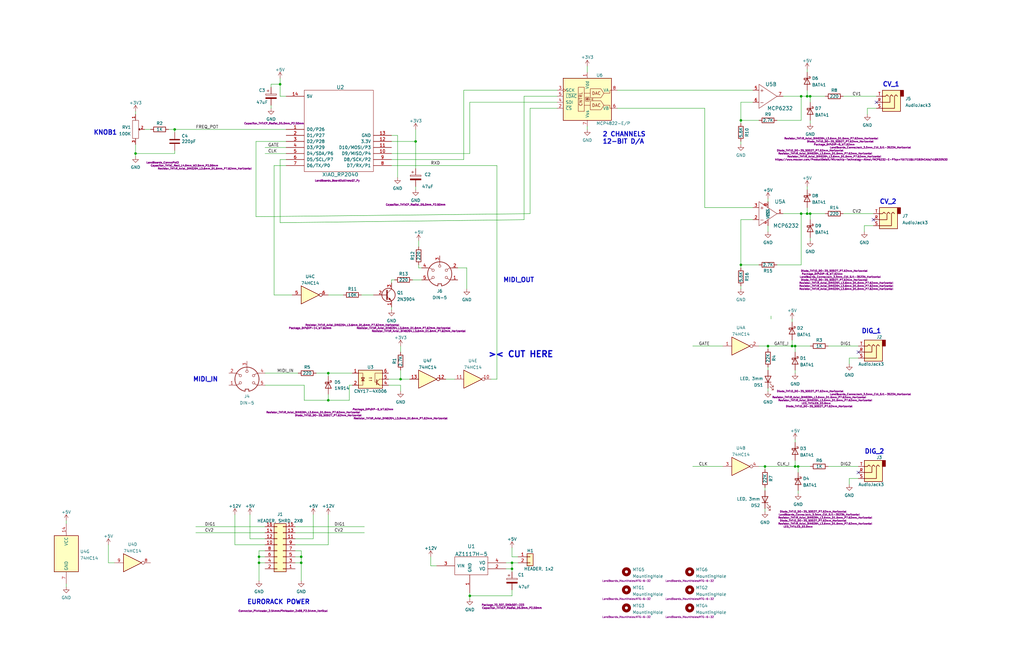
<source format=kicad_sch>
(kicad_sch (version 20211123) (generator eeschema)
  (paper "B")
  (title_block (title "SYNTH MIDI CONTROLLER") (date "2022-10-10") (rev "1") (company "LAND BOARDS LLC") (comment 1 "https://note.com/solder_state/n/n17e028497eba"))
  (junction (at 337.82 40.64))
  (junction (at 127 237.49))
  (junction (at 109.22 234.95))
  (junction (at 175.26 59.69))
  (junction (at 341.63 90.17))
  (junction (at 138.43 168.91))
  (junction (at 198.12 251.46))
  (junction (at 341.63 40.64))
  (junction (at 118.11 35.56))
  (junction (at 312.42 111.76))
  (junction (at 340.36 40.64))
  (junction (at 127 234.95))
  (junction (at 334.01 146.05))
  (junction (at 138.43 157.48))
  (junction (at 335.28 146.05))
  (junction (at 323.85 146.05))
  (junction (at 335.28 196.85))
  (junction (at 57.15 64.77))
  (junction (at 337.82 90.17))
  (junction (at 336.55 196.85))
  (junction (at 73.66 54.61))
  (junction (at 168.91 160.02))
  (junction (at 215.9 240.03))
  (junction (at 215.9 237.49))
  (junction (at 340.36 90.17))
  (junction (at 109.22 237.49))
  (junction (at 312.42 50.8))
  (junction (at 322.58 196.85))
  (no_connect (at 361.95 148.59))
  (no_connect (at 369.57 43.18))
  (no_connect (at 361.95 199.39))
  (no_connect (at 368.3 92.71))
  (wire (pts (xy 138.43 168.91) (xy 138.43 166.37)))
  (wire (pts (xy 99.06 217.17) (xy 99.06 229.87)))
  (wire (pts (xy 127 234.95) (xy 127 237.49)))
  (wire (pts (xy 60.96 54.61) (xy 63.5 54.61)))
  (wire (pts (xy 57.15 64.77) (xy 57.15 60.96)))
  (wire (pts (xy 163.83 162.56) (xy 168.91 162.56)))
  (wire (pts (xy 213.36 237.49) (xy 215.9 237.49)))
  (wire (pts (xy 355.6 90.17) (xy 368.3 90.17)))
  (wire (pts (xy 128.27 168.91) (xy 138.43 168.91)))
  (wire (pts (xy 165.1 59.69) (xy 175.26 59.69)))
  (wire (pts (xy 124.46 229.87) (xy 138.43 229.87)))
  (wire (pts (xy 340.36 29.21) (xy 340.36 30.48)))
  (wire (pts (xy 213.36 240.03) (xy 215.9 240.03)))
  (wire (pts (xy 147.32 168.91) (xy 147.32 162.56)))
  (wire (pts (xy 312.42 50.8) (xy 312.42 43.18)))
  (wire (pts (xy 323.85 95.25) (xy 323.85 97.79)))
  (wire (pts (xy 335.28 146.05) (xy 335.28 148.59)))
  (wire (pts (xy 340.36 78.74) (xy 340.36 80.01)))
  (wire (pts (xy 196.85 113.03) (xy 196.85 121.92)))
  (wire (pts (xy 138.43 168.91) (xy 147.32 168.91)))
  (wire (pts (xy 120.65 67.31) (xy 118.11 67.31)))
  (wire (pts (xy 364.49 95.25) (xy 368.3 95.25)))
  (wire (pts (xy 198.12 251.46) (xy 215.9 251.46)))
  (wire (pts (xy 114.3 45.72) (xy 114.3 44.45)))
  (wire (pts (xy 124.46 222.25) (xy 153.67 222.25)))
  (wire (pts (xy 337.82 40.64) (xy 340.36 40.64)))
  (wire (pts (xy 176.53 101.6) (xy 176.53 104.14)))
  (wire (pts (xy 152.4 124.46) (xy 157.48 124.46)))
  (wire (pts (xy 322.58 215.9) (xy 322.58 214.63)))
  (wire (pts (xy 27.94 246.38) (xy 27.94 247.65)))
  (wire (pts (xy 334.01 134.62) (xy 334.01 135.89)))
  (wire (pts (xy 320.04 50.8) (xy 312.42 50.8)))
  (wire (pts (xy 365.76 48.26) (xy 365.76 45.72)))
  (wire (pts (xy 176.53 113.03) (xy 177.8 113.03)))
  (wire (pts (xy 358.14 153.67) (xy 358.14 151.13)))
  (wire (pts (xy 335.28 194.31) (xy 335.28 196.85)))
  (wire (pts (xy 168.91 162.56) (xy 168.91 165.1)))
  (wire (pts (xy 138.43 217.17) (xy 138.43 229.87)))
  (wire (pts (xy 181.61 238.76) (xy 184.15 238.76)))
  (wire (pts (xy 111.76 229.87) (xy 99.06 229.87)))
  (wire (pts (xy 341.63 40.64) (xy 341.63 43.18)))
  (wire (pts (xy 107.95 59.69) (xy 107.95 91.44)))
  (wire (pts (xy 215.9 234.95) (xy 215.9 231.14)))
  (wire (pts (xy 111.76 62.23) (xy 120.65 62.23)))
  (wire (pts (xy 118.11 40.64) (xy 118.11 35.56)))
  (wire (pts (xy 336.55 196.85) (xy 336.55 199.39)))
  (wire (pts (xy 124.46 232.41) (xy 127 232.41)))
  (wire (pts (xy 336.55 196.85) (xy 341.63 196.85)))
  (wire (pts (xy 334.01 143.51) (xy 334.01 146.05)))
  (wire (pts (xy 118.11 35.56) (xy 118.11 33.02)))
  (wire (pts (xy 337.82 90.17) (xy 340.36 90.17)))
  (wire (pts (xy 73.66 54.61) (xy 73.66 55.88)))
  (wire (pts (xy 358.14 151.13) (xy 361.95 151.13)))
  (wire (pts (xy 335.28 185.42) (xy 335.28 186.69)))
  (wire (pts (xy 45.72 229.87) (xy 45.72 237.49)))
  (wire (pts (xy 312.42 59.69) (xy 312.42 60.96)))
  (wire (pts (xy 312.42 43.18) (xy 317.5 43.18)))
  (wire (pts (xy 198.12 251.46) (xy 198.12 252.73)))
  (wire (pts (xy 118.11 40.64) (xy 120.65 40.64)))
  (wire (pts (xy 115.57 69.85) (xy 115.57 124.46)))
  (wire (pts (xy 82.55 222.25) (xy 111.76 222.25)))
  (wire (pts (xy 327.66 111.76) (xy 337.82 111.76)))
  (wire (pts (xy 323.85 146.05) (xy 334.01 146.05)))
  (wire (pts (xy 111.76 232.41) (xy 109.22 232.41)))
  (wire (pts (xy 147.32 162.56) (xy 148.59 162.56)))
  (wire (pts (xy 323.85 156.21) (xy 323.85 154.94)))
  (wire (pts (xy 364.49 97.79) (xy 364.49 95.25)))
  (wire (pts (xy 358.14 204.47) (xy 358.14 201.93)))
  (wire (pts (xy 292.1 146.05) (xy 304.8 146.05)))
  (wire (pts (xy 322.58 196.85) (xy 335.28 196.85)))
  (wire (pts (xy 118.11 93.98) (xy 220.98 92.71)))
  (wire (pts (xy 215.9 240.03) (xy 215.9 241.3)))
  (wire (pts (xy 320.04 146.05) (xy 323.85 146.05)))
  (wire (pts (xy 111.76 227.33) (xy 105.41 227.33)))
  (wire (pts (xy 109.22 237.49) (xy 111.76 237.49)))
  (wire (pts (xy 118.11 35.56) (xy 114.3 35.56)))
  (wire (pts (xy 341.63 90.17) (xy 341.63 92.71)))
  (wire (pts (xy 312.42 92.71) (xy 317.5 92.71)))
  (wire (pts (xy 120.65 59.69) (xy 107.95 59.69)))
  (wire (pts (xy 138.43 157.48) (xy 138.43 158.75)))
  (wire (pts (xy 168.91 160.02) (xy 172.72 160.02)))
  (wire (pts (xy 341.63 52.07) (xy 341.63 50.8)))
  (wire (pts (xy 187.96 160.02) (xy 191.77 160.02)))
  (wire (pts (xy 115.57 124.46) (xy 123.19 124.46)))
  (wire (pts (xy 176.53 113.03) (xy 176.53 111.76)))
  (wire (pts (xy 341.63 90.17) (xy 347.98 90.17)))
  (wire (pts (xy 127 232.41) (xy 127 234.95)))
  (wire (pts (xy 312.42 111.76) (xy 312.42 113.03)))
  (wire (pts (xy 71.12 54.61) (xy 73.66 54.61)))
  (wire (pts (xy 320.04 196.85) (xy 322.58 196.85)))
  (wire (pts (xy 165.1 69.85) (xy 209.55 69.85)))
  (wire (pts (xy 163.83 160.02) (xy 168.91 160.02)))
  (wire (pts (xy 124.46 224.79) (xy 153.67 224.79)))
  (wire (pts (xy 220.98 92.71) (xy 220.98 40.64)))
  (wire (pts (xy 337.82 111.76) (xy 337.82 90.17)))
  (wire (pts (xy 335.28 196.85) (xy 336.55 196.85)))
  (wire (pts (xy 312.42 120.65) (xy 312.42 121.92)))
  (wire (pts (xy 57.15 66.04) (xy 57.15 64.77)))
  (wire (pts (xy 133.35 157.48) (xy 138.43 157.48)))
  (wire (pts (xy 165.1 67.31) (xy 195.58 67.31)))
  (wire (pts (xy 165.1 119.38) (xy 165.1 118.11)))
  (wire (pts (xy 109.22 232.41) (xy 109.22 234.95)))
  (wire (pts (xy 168.91 160.02) (xy 168.91 156.21)))
  (wire (pts (xy 165.1 57.15) (xy 167.64 57.15)))
  (wire (pts (xy 165.1 64.77) (xy 198.12 64.77)))
  (wire (pts (xy 207.01 160.02) (xy 209.55 160.02)))
  (wire (pts (xy 73.66 54.61) (xy 120.65 54.61)))
  (wire (pts (xy 195.58 38.1) (xy 195.58 67.31)))
  (wire (pts (xy 138.43 124.46) (xy 144.78 124.46)))
  (wire (pts (xy 323.85 83.82) (xy 323.85 85.09)))
  (wire (pts (xy 198.12 43.18) (xy 234.95 43.18)))
  (wire (pts (xy 340.36 38.1) (xy 340.36 40.64)))
  (wire (pts (xy 175.26 80.01) (xy 175.26 78.74)))
  (wire (pts (xy 45.72 237.49) (xy 48.26 237.49)))
  (wire (pts (xy 220.98 40.64) (xy 234.95 40.64)))
  (wire (pts (xy 323.85 165.1) (xy 323.85 163.83)))
  (wire (pts (xy 181.61 234.95) (xy 181.61 238.76)))
  (wire (pts (xy 340.36 90.17) (xy 341.63 90.17)))
  (wire (pts (xy 223.52 45.72) (xy 234.95 45.72)))
  (wire (pts (xy 247.65 53.34) (xy 247.65 54.61)))
  (wire (pts (xy 218.44 234.95) (xy 215.9 234.95)))
  (wire (pts (xy 297.18 87.63) (xy 317.5 87.63)))
  (wire (pts (xy 260.35 38.1) (xy 317.5 38.1)))
  (wire (pts (xy 165.1 129.54) (xy 165.1 130.81)))
  (wire (pts (xy 198.12 43.18) (xy 198.12 64.77)))
  (wire (pts (xy 335.28 157.48) (xy 335.28 156.21)))
  (wire (pts (xy 109.22 237.49) (xy 109.22 245.11)))
  (wire (pts (xy 297.18 45.72) (xy 297.18 87.63)))
  (wire (pts (xy 260.35 45.72) (xy 297.18 45.72)))
  (wire (pts (xy 337.82 50.8) (xy 337.82 40.64)))
  (wire (pts (xy 341.63 40.64) (xy 347.98 40.64)))
  (wire (pts (xy 340.36 40.64) (xy 341.63 40.64)))
  (wire (pts (xy 138.43 157.48) (xy 148.59 157.48)))
  (wire (pts (xy 327.66 50.8) (xy 337.82 50.8)))
  (wire (pts (xy 114.3 35.56) (xy 114.3 36.83)))
  (wire (pts (xy 132.08 227.33) (xy 132.08 217.17)))
  (wire (pts (xy 198.12 250.19) (xy 198.12 251.46)))
  (wire (pts (xy 111.76 162.56) (xy 128.27 162.56)))
  (wire (pts (xy 215.9 251.46) (xy 215.9 248.92)))
  (wire (pts (xy 215.9 237.49) (xy 218.44 237.49)))
  (wire (pts (xy 325.12 133.35) (xy 325.12 134.62)))
  (wire (pts (xy 341.63 101.6) (xy 341.63 100.33)))
  (wire (pts (xy 358.14 201.93) (xy 361.95 201.93)))
  (wire (pts (xy 127 237.49) (xy 127 245.11)))
  (wire (pts (xy 334.01 146.05) (xy 335.28 146.05)))
  (wire (pts (xy 73.66 63.5) (xy 73.66 64.77)))
  (wire (pts (xy 349.25 196.85) (xy 361.95 196.85)))
  (wire (pts (xy 215.9 240.03) (xy 215.9 237.49)))
  (wire (pts (xy 57.15 46.99) (xy 57.15 48.26)))
  (wire (pts (xy 109.22 234.95) (xy 111.76 234.95)))
  (wire (pts (xy 175.26 54.61) (xy 175.26 59.69)))
  (wire (pts (xy 312.42 50.8) (xy 312.42 52.07)))
  (wire (pts (xy 330.2 90.17) (xy 337.82 90.17)))
  (wire (pts (xy 128.27 162.56) (xy 128.27 168.91)))
  (wire (pts (xy 107.95 91.44) (xy 223.52 90.17)))
  (wire (pts (xy 109.22 234.95) (xy 109.22 237.49)))
  (wire (pts (xy 118.11 67.31) (xy 118.11 93.98)))
  (wire (pts (xy 193.04 113.03) (xy 196.85 113.03)))
  (wire (pts (xy 322.58 196.85) (xy 322.58 198.12)))
  (wire (pts (xy 57.15 64.77) (xy 73.66 64.77)))
  (wire (pts (xy 124.46 237.49) (xy 127 237.49)))
  (wire (pts (xy 82.55 224.79) (xy 111.76 224.79)))
  (wire (pts (xy 168.91 146.05) (xy 168.91 148.59)))
  (wire (pts (xy 165.1 118.11) (xy 166.37 118.11)))
  (wire (pts (xy 292.1 196.85) (xy 304.8 196.85)))
  (wire (pts (xy 167.64 57.15) (xy 167.64 74.93)))
  (wire (pts (xy 349.25 146.05) (xy 361.95 146.05)))
  (wire (pts (xy 223.52 90.17) (xy 223.52 45.72)))
  (wire (pts (xy 365.76 45.72) (xy 369.57 45.72)))
  (wire (pts (xy 124.46 227.33) (xy 132.08 227.33)))
  (wire (pts (xy 312.42 111.76) (xy 312.42 92.71)))
  (wire (pts (xy 105.41 227.33) (xy 105.41 217.17)))
  (wire (pts (xy 336.55 208.28) (xy 336.55 207.01)))
  (wire (pts (xy 330.2 40.64) (xy 337.82 40.64)))
  (wire (pts (xy 124.46 234.95) (xy 127 234.95)))
  (wire (pts (xy 209.55 69.85) (xy 209.55 160.02)))
  (wire (pts (xy 125.73 157.48) (xy 111.76 157.48)))
  (wire (pts (xy 322.58 205.74) (xy 322.58 207.01)))
  (wire (pts (xy 111.76 64.77) (xy 120.65 64.77)))
  (wire (pts (xy 120.65 69.85) (xy 115.57 69.85)))
  (wire (pts (xy 320.04 111.76) (xy 312.42 111.76)))
  (wire (pts (xy 335.28 146.05) (xy 341.63 146.05)))
  (wire (pts (xy 247.65 27.94) (xy 247.65 30.48)))
  (wire (pts (xy 175.26 71.12) (xy 175.26 59.69)))
  (wire (pts (xy 173.99 118.11) (xy 177.8 118.11)))
  (wire (pts (xy 340.36 87.63) (xy 340.36 90.17)))
  (wire (pts (xy 195.58 38.1) (xy 234.95 38.1)))
  (wire (pts (xy 323.85 146.05) (xy 323.85 147.32)))
  (wire (pts (xy 27.94 219.71) (xy 27.94 220.98)))
  (wire (pts (xy 355.6 40.64) (xy 369.57 40.64)))
  (text "CV_2" (at 370.84 86.36 0) (effects (font (size 1.905 1.905) (thickness 0.381) bold) (justify left bottom)))
  (text "DIG_1" (at 363.22 140.97 0) (effects (font (size 1.905 1.905) (thickness 0.381) bold) (justify left bottom)))
  (text "MIDI_IN" (at 81.28 161.29 0) (effects (font (size 1.905 1.905) (thickness 0.381) bold) (justify left bottom)))
  (text "2 CHANNELS\n12-BIT D/A" (at 254 60.96 0) (effects (font (size 1.905 1.905) (thickness 0.381) bold) (justify left bottom)))
  (text "KNOB1" (at 39.37 57.15 0) (effects (font (size 1.905 1.905) (thickness 0.381) bold) (justify left bottom)))
  (text ">< CUT HERE" (at 205.74 151.13 0) (effects (font (size 2.54 2.54) (thickness 0.508) bold) (justify left bottom)))
  (text "MIDI_OUT" (at 212.09 119.38 0) (effects (font (size 1.905 1.905) (thickness 0.381) bold) (justify left bottom)))
  (text "DIG_2" (at 364.49 191.77 0) (effects (font (size 1.905 1.905) (thickness 0.381) bold) (justify left bottom)))
  (text "CV_1" (at 372.11 36.83 0) (effects (font (size 1.905 1.905) (thickness 0.381) bold) (justify left bottom)))
  (text "EURORACK POWER" (at 104.14 255.27 0) (effects (font (size 1.905 1.905) (thickness 0.381) bold) (justify left bottom)))
  (label "DIG2" (at 354.33 196.85 0))
  (label "CV2" (at 140.97 224.79 0))
  (label "CV2" (at 86.36 224.79 0))
  (label "FREQ_POT" (at 82.55 54.61 0))
  (label "RXD" (at 181.61 69.85 0))
  (label "MIDI_IN" (at 116.84 157.48 0))
  (label "DIG1" (at 140.97 222.25 0))
  (label "DIG1" (at 354.33 146.05 0))
  (label "DIG1" (at 86.36 222.25 0))
  (label "CLK" (at 294.64 196.85 0))
  (label "GATE" (at 113.03 62.23 0))
  (label "CLK_I" (at 327.66 196.85 0))
  (label "GATE_I" (at 326.39 146.05 0))
  (label "CV2" (at 359.41 90.17 0))
  (label "CV1" (at 359.41 40.64 0))
  (label "GATE" (at 294.64 146.05 0))
  (label "CLK" (at 113.03 64.77 0))
  (symbol (lib_id "power:GND") (at 167.64 74.93 0) (unit 1)
    (property "Reference" "#PWR0105" (effects hide))
    (property "Value" "GND" (at 167.64 79.4925 0))
  )
  (symbol (lib_id "Device:R") (at 323.85 50.8 90) (unit 1)
    (property "Reference" "R9" (at 323.85 48.26 90))
    (property "Value" "2.7K" (at 323.85 50.8 90))
    (property "Footprint" "Resistor_THT:R_Axial_DIN0204_L3.6mm_D1.6mm_P7.62mm_Horizontal" (at 347.98 64.77 90) (effects (font (size 0.762 0.762))))
    (property "Datasheet" "https://www.mouser.com/ProductDetail/Xicon/299-2.7K-RC?qs=vtYfS42NOfUyY19ul2jqBQ%3D%3D" (effects hide))
  )
  (symbol (lib_id "74xx:74HC04") (at 180.34 160.02 0) (unit 6)
    (property "Reference" "U4" (at 180.34 152.2435 0))
    (property "Value" "74HC14" (at 180.34 155.0186 0))
    (property "Footprint" "Package_DIP:DIP-14_W7.62mm" (effects hide))
    (property "Datasheet" "https://www.mouser.com/ProductDetail/Texas-Instruments/SN74HC14AN?qs=sGAEpiMZZMv4BkFy%252BbL2aIJCK6%252BNtS00ElKdLWJefGM%3D" (effects hide))
  )
  (symbol (lib_id "Device:D_Schottky") (at 341.63 46.99 270) (unit 1)
    (property "Reference" "D7" (at 343.662 45.764 90) (effects (justify left)))
    (property "Value" "BAT41" (at 343.662 48.5391 90) (effects (justify left)))
    (property "Footprint" "Diode_THT:D_DO-35_SOD27_P7.62mm_Horizontal" (at 341.63 63.5 90) (effects (font (size 0.762 0.762))))
    (property "Datasheet" "https://www.mouser.com/ProductDetail/511-BAT41" (effects hide))
  )
  (symbol (lib_id "power:+5V") (at 176.53 101.6 0) (unit 1)
    (property "Reference" "#PWR0107" (effects hide))
    (property "Value" "+5V" (at 176.53 97.9955 0))
  )
  (symbol (lib_id "Analog_DAC:MCP4822") (at 247.65 40.64 0) (unit 1)
    (property "Reference" "U6" (at 251.46 31.75 0) (effects (justify left)))
    (property "Value" "MCP4822-E/P" (at 251.46 52.07 0) (effects (justify left)))
    (property "Footprint" "Package_DIP:DIP-8_W7.62mm" (effects hide))
    (property "Datasheet" "http://ww1.microchip.com/downloads/en/DeviceDoc/20002249B.pdf" (effects hide))
  )
  (symbol (lib_id "power:GND") (at 196.85 121.92 0) (unit 1)
    (property "Reference" "#PWR0136" (effects hide))
    (property "Value" "GND" (at 196.85 126.4825 0))
  )
  (symbol (lib_id "Device:C_Polarized") (at 215.9 245.11 0) (unit 1)
    (property "Reference" "C1" (at 219.71 242.57 0))
    (property "Value" "47uF" (at 220.98 247.65 0))
    (property "Footprint" "Capacitor_THT:CP_Radial_D5.0mm_P2.50mm" (at 215.9 256.54 0) (effects (font (size 0.762 0.762))))
    (property "Datasheet" "https://www.mouser.com/ProductDetail/140-REA470M1CBK0511P" (effects hide))
  )
  (symbol (lib_id "power:+5V") (at 334.01 134.62 0) (unit 1)
    (property "Reference" "#PWR0110" (effects hide))
    (property "Value" "+5V" (at 334.01 131.0155 0))
  )
  (symbol (lib_id "Device:R") (at 129.54 157.48 90) (unit 1)
    (property "Reference" "R5" (at 129.54 154.94 90))
    (property "Value" "220" (at 129.54 157.48 90))
    (property "Footprint" "Resistor_THT:R_Axial_DIN0204_L3.6mm_D1.6mm_P7.62mm_Horizontal" (at 132.08 173.99 90) (effects (font (size 0.762 0.762))))
    (property "Datasheet" "https://www.mouser.com/ProductDetail/Xicon/299-220-RC?qs=MNX0Jdkv8mSgBtBJYBhvZQ%3D%3D" (effects hide))
  )
  (symbol (lib_id "power:GND") (at 109.22 245.11 0) (unit 1)
    (property "Reference" "#PWR0125" (effects hide))
    (property "Value" "GND" (at 109.22 249.6725 0))
  )
  (symbol (lib_id "74xx:74HC04") (at 312.42 196.85 0) (unit 2)
    (property "Reference" "U4" (at 312.42 189.0735 0))
    (property "Value" "74HC14" (at 312.42 191.8486 0))
    (property "Footprint" "Package_DIP:DIP-14_W7.62mm" (effects hide))
    (property "Datasheet" "https://www.mouser.com/ProductDetail/Texas-Instruments/SN74HC14AN?qs=sGAEpiMZZMv4BkFy%252BbL2aIJCK6%252BNtS00ElKdLWJefGM%3D" (effects hide))
  )
  (symbol (lib_id "Device:R") (at 67.31 54.61 90) (unit 1)
    (property "Reference" "R2" (at 67.31 52.07 90))
    (property "Value" "1K" (at 67.31 54.61 90))
    (property "Footprint" "Resistor_THT:R_Axial_DIN0204_L3.6mm_D1.6mm_P7.62mm_Horizontal" (at 86.36 71.12 90) (effects (font (size 0.762 0.762))))
    (property "Datasheet" "https://www.mouser.com/ProductDetail/Xicon/299-1K-RC?qs=LFVzBv9lGv703mrPrUE94Q%3D%3D" (effects hide))
  )
  (symbol (lib_id "power:GND") (at 198.12 252.73 0) (unit 1)
    (property "Reference" "#PWR0135" (effects hide))
    (property "Value" "GND" (at 198.12 257.2925 0))
  )
  (symbol (lib_id "LandBoards_Semis:MCP6002") (at 323.85 90.17 0) (unit 1)
    (property "Reference" "U5" (at 328.93 85.09 0) (effects (font (size 1.524 1.524))))
    (property "Value" "MCP6232" (at 331.47 95.25 0) (effects (font (size 1.524 1.524))))
    (property "Footprint" "Package_DIP:DIP-8_W7.62mm" (at 346.71 115.57 0) (effects (font (size 0.762 0.762))))
    (property "Datasheet" "https://www.mouser.com/ProductDetail/Microchip-Technology-Atmel/MCP6232-E-P?qs=YUl711QUJY1BDhCAUqTrLQ%3D%3D" (effects hide))
  )
  (symbol (lib_id "Device:C_Polarized") (at 114.3 40.64 0) (unit 1)
    (property "Reference" "C3" (at 110.49 38.1 0))
    (property "Value" "47uF" (at 110.49 43.18 0))
    (property "Footprint" "Capacitor_THT:CP_Radial_D5.0mm_P2.50mm" (at 115.57 52.07 0) (effects (font (size 0.762 0.762))))
    (property "Datasheet" "https://www.mouser.com/ProductDetail/140-REA470M1CBK0511P" (effects hide))
  )
  (symbol (lib_id "Device:C") (at 73.66 59.69 0) (unit 1)
    (property "Reference" "C4" (at 76.581 57.3786 0) (effects (justify left)))
    (property "Value" "220pF" (at 76.581 59.69 0) (effects (justify left)))
    (property "Footprint" "Capacitor_THT:C_Rect_L4.0mm_W2.5mm_P2.50mm" (at 63.5 69.85 0) (effects (font (size 0.762 0.762)) (justify left)))
    (property "Datasheet" "https://www.mouser.com/ProductDetail/Vishay-BC-Components/K221K10X7RF5UH5?qs=sGAEpiMZZMuMW9TJLBQkXu2c9BtsLrsC%252BWONpigCilU%3D" (effects hide))
  )
  (symbol (lib_id "power:GND") (at 358.14 204.47 0) (unit 1)
    (property "Reference" "#PWR0131" (effects hide))
    (property "Value" "GND" (at 358.14 209.0325 0))
  )
  (symbol (lib_id "power:+5V") (at 215.9 231.14 0) (unit 1)
    (property "Reference" "#PWR0134" (effects hide))
    (property "Value" "+5V" (at 215.9 227.5355 0))
  )
  (symbol (lib_id "Connector:DIN-5") (at 104.14 160.02 0) (unit 1)
    (property "Reference" "J4" (at 104.1401 167.2495 0))
    (property "Value" "DIN-5" (at 104.1401 170.0246 0))
    (property "Footprint" "LandBoards_Conns:MIDI_DIN-5" (effects hide))
    (property "Datasheet" "http://www.mouser.com/ds/2/18/40_c091_abd_e-75918.pdf" (effects hide))
  )
  (symbol (lib_id "Mechanical:MountingHole") (at 264.16 248.92 0) (unit 1)
    (property "Reference" "MTG1" (at 266.7 248.0115 0) (effects (justify left)))
    (property "Value" "MountingHole" (at 266.7 250.7866 0) (effects (justify left)))
    (property "Footprint" "LandBoards_MountHoles:MTG-6-32" (at 264.16 252.73 0) (effects (font (size 0.762 0.762))))
  )
  (symbol (lib_id "Device:R") (at 170.18 118.11 90) (unit 1)
    (property "Reference" "R13" (at 170.18 115.57 90))
    (property "Value" "220" (at 170.18 118.11 90))
    (property "Footprint" "Resistor_THT:R_Axial_DIN0204_L3.6mm_D1.6mm_P7.62mm_Horizontal" (at 170.18 138.43 90) (effects (font (size 0.762 0.762))))
    (property "Datasheet" "https://www.mouser.com/ProductDetail/Xicon/299-220-RC?qs=MNX0Jdkv8mSgBtBJYBhvZQ%3D%3D" (effects hide))
  )
  (symbol (lib_id "Device:D_Schottky") (at 340.36 34.29 270) (unit 1)
    (property "Reference" "D6" (at 342.392 33.064 90) (effects (justify left)))
    (property "Value" "BAT41" (at 342.392 35.8391 90) (effects (justify left)))
    (property "Footprint" "Diode_THT:D_DO-35_SOD27_P7.62mm_Horizontal" (at 354.33 59.69 90) (effects (font (size 0.762 0.762))))
    (property "Datasheet" "https://www.mouser.com/ProductDetail/511-BAT41" (effects hide))
  )
  (symbol (lib_id "power:GND") (at 358.14 153.67 0) (unit 1)
    (property "Reference" "#PWR0112" (effects hide))
    (property "Value" "GND" (at 358.14 158.2325 0))
  )
  (symbol (lib_id "power:+5V") (at 45.72 229.87 0) (unit 1)
    (property "Reference" "#PWR0132" (effects hide))
    (property "Value" "+5V" (at 45.72 226.2655 0))
  )
  (symbol (lib_id "power:+5V") (at 340.36 29.21 0) (unit 1)
    (property "Reference" "#PWR0103" (effects hide))
    (property "Value" "+5V" (at 340.36 25.6055 0))
  )
  (symbol (lib_id "Device:LED") (at 323.85 160.02 90) (unit 1)
    (property "Reference" "DS1" (at 321.818 162.516 90) (effects (justify left)))
    (property "Value" "LED, 3mm" (at 321.818 159.7409 90) (effects (justify left)))
    (property "Footprint" "LED_THT:LED_D3.0mm" (at 344.17 170.18 90) (effects (font (size 0.762 0.762))))
  )
  (symbol (lib_id "Device:R") (at 345.44 146.05 90) (unit 1)
    (property "Reference" "R3" (at 345.44 143.51 90))
    (property "Value" "1K" (at 345.44 146.05 90))
    (property "Footprint" "Resistor_THT:R_Axial_DIN0204_L3.6mm_D1.6mm_P7.62mm_Horizontal" (at 345.44 167.64 90) (effects (font (size 0.762 0.762))))
    (property "Datasheet" "https://www.mouser.com/ProductDetail/Xicon/299-1K-RC?qs=LFVzBv9lGv703mrPrUE94Q%3D%3D" (effects hide))
  )
  (symbol (lib_id "Device:D_Schottky") (at 341.63 96.52 270) (unit 1)
    (property "Reference" "D9" (at 343.662 95.294 90) (effects (justify left)))
    (property "Value" "BAT41" (at 343.662 98.0691 90) (effects (justify left)))
    (property "Footprint" "Diode_THT:D_DO-35_SOD27_P7.62mm_Horizontal" (at 351.79 118.11 90) (effects (font (size 0.762 0.762))))
    (property "Datasheet" "https://www.mouser.com/ProductDetail/511-BAT41" (effects hide))
  )
  (symbol (lib_id "Connector:AudioJack3") (at 373.38 92.71 180) (unit 1)
    (property "Reference" "J7" (at 380.4919 91.1665 0) (effects (justify right)))
    (property "Value" "AudioJack3" (at 380.4919 93.9416 0) (effects (justify right)))
    (property "Footprint" "LandBoards_Conns:Jack_3.5mm_CUI_SJ1-3523N_Horizontal" (at 354.33 116.84 0) (effects (font (size 0.762 0.762))))
    (property "Datasheet" "https://www.mouser.com/ProductDetail/490-SJ1-3523N" (effects hide))
  )
  (symbol (lib_id "power:+12V") (at 99.06 217.17 0) (unit 1)
    (property "Reference" "#PWR0129" (effects hide))
    (property "Value" "+12V" (at 99.06 213.5655 0))
  )
  (symbol (lib_id "Isolator:4N26") (at 156.21 160.02 0) (unit 1)
    (property "Reference" "U3" (at 156.21 154.94 0))
    (property "Value" "CNY17-4X006" (at 156.21 165.1 0))
    (property "Footprint" "Package_DIP:DIP-6_W7.62mm" (at 148.59 172.72 0) (effects (font (size 0.762 0.762) italic) (justify left)))
    (property "Datasheet" "https://www.mouser.com/ProductDetail/Vishay-Semiconductors/CNY17-4X006?qs=%2Fjqivxn91ccVZaHNJrlaNA%3D%3D" (effects hide))
  )
  (symbol (lib_id "Mechanical:MountingHole") (at 290.83 248.92 0) (unit 1)
    (property "Reference" "MTG2" (at 293.37 248.0115 0) (effects (justify left)))
    (property "Value" "MountingHole" (at 293.37 250.7866 0) (effects (justify left)))
    (property "Footprint" "LandBoards_MountHoles:MTG-6-32" (at 290.83 252.73 0) (effects (font (size 0.762 0.762))))
  )
  (symbol (lib_id "Transistor_BJT:2N3904") (at 162.56 124.46 0) (unit 1)
    (property "Reference" "Q1" (at 167.4113 123.5515 0) (effects (justify left)))
    (property "Value" "2N3904" (at 167.4113 126.3266 0) (effects (justify left)))
    (property "Footprint" "Package_TO_SOT_THT:TO-92_Inline" (effects hide))
    (property "Datasheet" "https://www.mouser.com/ProductDetail/onsemi-Fairchild/2N3904BU?qs=or4AE2qAS%252Bd0Jdpn%2F8ktKg%3D%3D" (effects hide))
  )
  (symbol (lib_id "Device:D_Schottky") (at 138.43 162.56 270) (unit 1)
    (property "Reference" "D5" (at 140.97 161.29 90) (effects (justify left)))
    (property "Value" "1N914" (at 140.97 163.83 90) (effects (justify left)))
    (property "Footprint" "Diode_THT:D_DO-35_SOD27_P7.62mm_Horizontal" (at 138.43 175.26 90) (effects (font (size 0.762 0.762))))
  )
  (symbol (lib_id "LandBoards_Semis:AP1117") (at 200.66 237.49 0) (unit 1)
    (property "Reference" "U1" (at 198.755 230.5461 0) (effects (font (size 1.524 1.524))))
    (property "Value" "AZ1117H-5" (at 198.755 233.8251 0) (effects (font (size 1.524 1.524))))
    (property "Footprint" "Package_TO_SOT_SMD:SOT-223" (at 212.09 255.27 0) (effects (font (size 0.762 0.762))))
    (property "Datasheet" "https://www.mouser.com/ProductDetail/Diodes-Incorporated/AZ1117H-5.0TRG1?qs=5V6w%252Be2aIqZ8sF7chzoKCQ%3D%3D" (effects hide))
  )
  (symbol (lib_id "Device:R") (at 323.85 111.76 90) (unit 1)
    (property "Reference" "R15" (at 323.85 114.3 90))
    (property "Value" "2.7K" (at 323.85 111.76 90))
    (property "Footprint" "Resistor_THT:R_Axial_DIN0204_L3.6mm_D1.6mm_P7.62mm_Horizontal" (at 356.87 120.65 90) (effects (font (size 0.762 0.762))))
    (property "Datasheet" "https://www.mouser.com/ProductDetail/Xicon/299-2.7K-RC?qs=vtYfS42NOfUyY19ul2jqBQ%3D%3D" (effects hide))
  )
  (symbol (lib_id "Device:R") (at 322.58 201.93 180) (unit 1)
    (property "Reference" "R7" (at 325.12 201.93 90))
    (property "Value" "22K" (at 322.58 201.93 90))
    (property "Footprint" "Resistor_THT:R_Axial_DIN0204_L3.6mm_D1.6mm_P7.62mm_Horizontal" (at 347.98 220.98 0) (effects (font (size 0.762 0.762))))
    (property "Datasheet" "https://www.mouser.com/ProductDetail/Xicon/299-22K-RC?qs=TIe0t8ne477uPubRcnOArw%3D%3D" (effects hide))
  )
  (symbol (lib_id "Connector_Generic:Conn_01x02") (at 223.52 234.95 0) (unit 1)
    (property "Reference" "H1" (at 222.25 232.41 0) (effects (justify left)))
    (property "Value" "HEADER, 1x2" (at 220.98 240.03 0) (effects (justify left)))
    (property "Footprint" "Connector_PinHeader_2.54mm:PinHeader_1x02_P2.54mm_Vertical" (effects hide))
  )
  (symbol (lib_id "Device:R") (at 176.53 107.95 180) (unit 1)
    (property "Reference" "R12" (at 173.99 107.95 90))
    (property "Value" "220" (at 176.53 107.95 90))
    (property "Footprint" "Resistor_THT:R_Axial_DIN0204_L3.6mm_D1.6mm_P7.62mm_Horizontal" (at 176.53 139.7 0) (effects (font (size 0.762 0.762))))
    (property "Datasheet" "https://www.mouser.com/ProductDetail/Xicon/299-220-RC?qs=MNX0Jdkv8mSgBtBJYBhvZQ%3D%3D" (effects hide))
  )
  (symbol (lib_id "power:GND") (at 335.28 157.48 0) (unit 1)
    (property "Reference" "#PWR0113" (effects hide))
    (property "Value" "GND" (at 335.28 162.0425 0))
  )
  (symbol (lib_id "Device:R") (at 312.42 55.88 180) (unit 1)
    (property "Reference" "R10" (at 314.96 55.88 90))
    (property "Value" "5.6K" (at 312.42 55.88 90))
    (property "Footprint" "Resistor_THT:R_Axial_DIN0204_L3.6mm_D1.6mm_P7.62mm_Horizontal" (at 350.52 58.42 0) (effects (font (size 0.762 0.762))))
    (property "Datasheet" "https://www.mouser.com/ProductDetail/Xicon/299-5.6K-RC?qs=ck9SSO%252BOQ2aKurax%2FhHA9Q%3D%3D" (effects hide))
  )
  (symbol (lib_id "Device:R") (at 168.91 152.4 180) (unit 1)
    (property "Reference" "R1" (at 166.37 152.4 90))
    (property "Value" "2.7K" (at 168.91 152.4 90))
    (property "Footprint" "Resistor_THT:R_Axial_DIN0204_L3.6mm_D1.6mm_P7.62mm_Horizontal" (at 168.91 176.53 0) (effects (font (size 0.762 0.762))))
    (property "Datasheet" "https://www.mouser.com/ProductDetail/Xicon/299-2.7K-RC?qs=vtYfS42NOfUyY19ul2jqBQ%3D%3D" (effects hide))
  )
  (symbol (lib_id "LandBoards_Semis:MCP6002") (at 323.85 40.64 0) (unit 2)
    (property "Reference" "U5" (at 325.12 35.56 0) (effects (font (size 1.524 1.524))))
    (property "Value" "MCP6232" (at 328.93 45.72 0) (effects (font (size 1.524 1.524))))
    (property "Footprint" "Package_DIP:DIP-8_W7.62mm" (at 351.79 60.96 0) (effects (font (size 0.762 0.762))))
    (property "Datasheet" "https://www.mouser.com/ProductDetail/Microchip-Technology-Atmel/MCP6232-E-P?qs=YUl711QUJY1BDhCAUqTrLQ%3D%3D" (at 363.22 67.31 0) (effects (font (size 0.762 0.762))))
  )
  (symbol (lib_id "power:GND") (at 27.94 247.65 0) (unit 1)
    (property "Reference" "#PWR0141" (effects hide))
    (property "Value" "GND" (at 27.94 252.2125 0))
  )
  (symbol (lib_id "Connector:DIN-5") (at 185.42 115.57 0) (mirror y) (unit 1)
    (property "Reference" "J6" (at 185.4199 122.7995 0))
    (property "Value" "DIN-5" (at 185.4199 125.5746 0))
    (property "Footprint" "LandBoards_Conns:MIDI_DIN-5" (effects hide))
    (property "Datasheet" "http://www.mouser.com/ds/2/18/40_c091_abd_e-75918.pdf" (effects hide))
  )
  (symbol (lib_id "power:GND") (at 365.76 48.26 0) (unit 1)
    (property "Reference" "#PWR0102" (effects hide))
    (property "Value" "GND" (at 365.76 52.8225 0))
  )
  (symbol (lib_id "74xx:74HC04") (at 312.42 146.05 0) (unit 1)
    (property "Reference" "U4" (at 312.42 138.2735 0))
    (property "Value" "74HC14" (at 312.42 141.0486 0))
    (property "Footprint" "Package_DIP:DIP-14_W7.62mm" (effects hide))
    (property "Datasheet" "https://www.mouser.com/ProductDetail/Texas-Instruments/SN74HC14AN?qs=sGAEpiMZZMv4BkFy%252BbL2aIJCK6%252BNtS00ElKdLWJefGM%3D" (effects hide))
  )
  (symbol (lib_id "power:GND") (at 312.42 60.96 0) (unit 1)
    (property "Reference" "#PWR0109" (effects hide))
    (property "Value" "GND" (at 312.42 65.5225 0))
  )
  (symbol (lib_id "Connector:AudioJack3") (at 367.03 148.59 180) (unit 1)
    (property "Reference" "J2" (at 369.57 142.24 0) (effects (justify right)))
    (property "Value" "AudioJack3" (at 361.95 153.67 0) (effects (justify right)))
    (property "Footprint" "LandBoards_Conns:Jack_3.5mm_CUI_SJ1-3523N_Horizontal" (at 367.03 166.37 0) (effects (font (size 0.762 0.762))))
    (property "Datasheet" "https://www.mouser.com/ProductDetail/490-SJ1-3523N" (effects hide))
  )
  (symbol (lib_id "Mechanical:MountingHole") (at 264.16 256.54 0) (unit 1)
    (property "Reference" "MTG3" (at 266.7 255.6315 0) (effects (justify left)))
    (property "Value" "MountingHole" (at 266.7 258.4066 0) (effects (justify left)))
    (property "Footprint" "LandBoards_MountHoles:MTG-6-32" (at 264.16 260.35 0) (effects (font (size 0.762 0.762))))
  )
  (symbol (lib_id "Device:R") (at 345.44 196.85 90) (unit 1)
    (property "Reference" "R6" (at 345.44 194.31 90))
    (property "Value" "1K" (at 345.44 196.85 90))
    (property "Footprint" "Resistor_THT:R_Axial_DIN0204_L3.6mm_D1.6mm_P7.62mm_Horizontal" (at 347.98 218.44 90) (effects (font (size 0.762 0.762))))
    (property "Datasheet" "https://www.mouser.com/ProductDetail/Xicon/299-1K-RC?qs=LFVzBv9lGv703mrPrUE94Q%3D%3D" (effects hide))
  )
  (symbol (lib_id "power:GND") (at 322.58 215.9 0) (unit 1)
    (property "Reference" "#PWR0144" (effects hide))
    (property "Value" "GND" (at 322.58 220.4625 0))
  )
  (symbol (lib_id "power:+5V") (at 118.11 33.02 0) (unit 1)
    (property "Reference" "#PWR0118" (effects hide))
    (property "Value" "+5V" (at 118.11 29.4155 0))
  )
  (symbol (lib_id "Device:R") (at 312.42 116.84 180) (unit 1)
    (property "Reference" "R16" (at 314.96 116.84 90))
    (property "Value" "5.6K" (at 312.42 116.84 90))
    (property "Footprint" "Resistor_THT:R_Axial_DIN0204_L3.6mm_D1.6mm_P7.62mm_Horizontal" (at 356.87 119.38 0) (effects (font (size 0.762 0.762))))
    (property "Datasheet" "https://www.mouser.com/ProductDetail/Xicon/299-5.6K-RC?qs=ck9SSO%252BOQ2aKurax%2FhHA9Q%3D%3D" (effects hide))
  )
  (symbol (lib_id "power:GND") (at 168.91 165.1 0) (unit 1)
    (property "Reference" "#PWR0137" (effects hide))
    (property "Value" "GND" (at 168.91 169.6625 0))
  )
  (symbol (lib_id "power:GND") (at 165.1 130.81 0) (mirror y) (unit 1)
    (property "Reference" "#PWR0106" (effects hide))
    (property "Value" "GND" (at 165.1 135.3725 0))
  )
  (symbol (lib_id "74xx:74HC04") (at 55.88 237.49 0) (unit 4)
    (property "Reference" "U4" (at 55.88 229.7135 0))
    (property "Value" "74HC14" (at 55.88 232.4886 0))
    (property "Footprint" "Package_DIP:DIP-14_W7.62mm" (effects hide))
    (property "Datasheet" "https://www.mouser.com/ProductDetail/Texas-Instruments/SN74HC14AN?qs=sGAEpiMZZMv4BkFy%252BbL2aIJCK6%252BNtS00ElKdLWJefGM%3D" (effects hide))
  )
  (symbol (lib_id "Device:C_Polarized") (at 175.26 74.93 0) (unit 1)
    (property "Reference" "C2" (at 180.34 73.66 0))
    (property "Value" "47uF" (at 180.34 78.74 0))
    (property "Footprint" "Capacitor_THT:CP_Radial_D5.0mm_P2.50mm" (at 175.26 86.36 0) (effects (font (size 0.762 0.762))))
    (property "Datasheet" "https://www.mouser.com/ProductDetail/140-REA470M1CBK0511P" (effects hide))
  )
  (symbol (lib_id "power:GND") (at 175.26 80.01 0) (unit 1)
    (property "Reference" "#PWR0104" (effects hide))
    (property "Value" "GND" (at 175.26 84.5725 0))
  )
  (symbol (lib_id "power:GND") (at 341.63 101.6 0) (unit 1)
    (property "Reference" "#PWR0120" (effects hide))
    (property "Value" "GND" (at 341.63 106.1625 0))
  )
  (symbol (lib_id "power:GND") (at 127 245.11 0) (unit 1)
    (property "Reference" "#PWR0124" (effects hide))
    (property "Value" "GND" (at 127 249.6725 0))
  )
  (symbol (lib_id "power:+3.3V") (at 247.65 27.94 0) (unit 1)
    (property "Reference" "#PWR0139" (effects hide))
    (property "Value" "+3.3V" (at 247.65 24.13 0))
  )
  (symbol (lib_id "Connector:AudioJack3") (at 367.03 199.39 180) (unit 1)
    (property "Reference" "J3" (at 369.57 193.04 0) (effects (justify right)))
    (property "Value" "AudioJack3" (at 361.95 204.47 0) (effects (justify right)))
    (property "Footprint" "LandBoards_Conns:Jack_3.5mm_CUI_SJ1-3523N_Horizontal" (at 345.44 217.17 0) (effects (font (size 0.762 0.762))))
    (property "Datasheet" "https://www.mouser.com/ProductDetail/490-SJ1-3523N" (effects hide))
  )
  (symbol (lib_id "power:+5V") (at 105.41 217.17 0) (unit 1)
    (property "Reference" "#PWR0128" (effects hide))
    (property "Value" "+5V" (at 105.41 213.5655 0))
  )
  (symbol (lib_id "Mechanical:MountingHole") (at 290.83 256.54 0) (unit 1)
    (property "Reference" "MTG4" (at 293.37 255.6315 0) (effects (justify left)))
    (property "Value" "MountingHole" (at 293.37 258.4066 0) (effects (justify left)))
    (property "Footprint" "LandBoards_MountHoles:MTG-6-32" (at 290.83 260.35 0) (effects (font (size 0.762 0.762))))
  )
  (symbol (lib_id "Device:R") (at 351.79 40.64 90) (unit 1)
    (property "Reference" "R8" (at 351.79 38.1 90))
    (property "Value" "220" (at 351.79 40.64 90))
    (property "Footprint" "Resistor_THT:R_Axial_DIN0204_L3.6mm_D1.6mm_P7.62mm_Horizontal" (at 351.79 66.04 90) (effects (font (size 0.762 0.762))))
    (property "Datasheet" "https://www.mouser.com/ProductDetail/Xicon/299-220-RC?qs=MNX0Jdkv8mSgBtBJYBhvZQ%3D%3D" (effects hide))
  )
  (symbol (lib_id "power:GND") (at 247.65 54.61 0) (unit 1)
    (property "Reference" "#PWR0140" (effects hide))
    (property "Value" "GND" (at 247.65 59.1725 0))
  )
  (symbol (lib_id "power:+3.3V") (at 57.15 46.99 0) (unit 1)
    (property "Reference" "#PWR0108" (effects hide))
    (property "Value" "+3.3V" (at 57.15 43.3855 0))
  )
  (symbol (lib_id "74xx:74HC04") (at 27.94 233.68 0) (mirror y) (unit 7)
    (property "Reference" "U4" (at 33.782 232.7715 0) (effects (justify right)))
    (property "Value" "74HC14" (at 33.782 235.5466 0) (effects (justify right)))
    (property "Footprint" "Package_DIP:DIP-14_W7.62mm" (effects hide))
    (property "Datasheet" "https://www.mouser.com/ProductDetail/Texas-Instruments/SN74HC14AN?qs=sGAEpiMZZMv4BkFy%252BbL2aIJCK6%252BNtS00ElKdLWJefGM%3D" (effects hide))
  )
  (symbol (lib_id "Mechanical:MountingHole") (at 264.16 241.3 0) (unit 1)
    (property "Reference" "MTG5" (at 266.7 240.3915 0) (effects (justify left)))
    (property "Value" "MountingHole" (at 266.7 243.1666 0) (effects (justify left)))
    (property "Footprint" "LandBoards_MountHoles:MTG-6-32" (at 264.16 245.11 0) (effects (font (size 0.762 0.762))))
  )
  (symbol (lib_id "Device:D_Schottky") (at 336.55 203.2 270) (unit 1)
    (property "Reference" "D4" (at 338.582 201.974 90) (effects (justify left)))
    (property "Value" "BAT41" (at 338.582 204.7491 90) (effects (justify left)))
    (property "Footprint" "Diode_THT:D_DO-35_SOD27_P7.62mm_Horizontal" (at 342.9 219.71 90) (effects (font (size 0.762 0.762))))
    (property "Datasheet" "https://www.mouser.com/ProductDetail/511-BAT41" (effects hide))
  )
  (symbol (lib_id "power:GND") (at 336.55 208.28 0) (unit 1)
    (property "Reference" "#PWR0115" (effects hide))
    (property "Value" "GND" (at 336.55 212.8425 0))
  )
  (symbol (lib_id "Device:D_Schottky") (at 335.28 152.4 270) (unit 1)
    (property "Reference" "D1" (at 337.312 151.174 90) (effects (justify left)))
    (property "Value" "BAT41" (at 337.312 153.9491 90) (effects (justify left)))
    (property "Footprint" "Diode_THT:D_DO-35_SOD27_P7.62mm_Horizontal" (at 345.44 171.45 90) (effects (font (size 0.762 0.762))))
    (property "Datasheet" "https://www.mouser.com/ProductDetail/511-BAT41" (effects hide))
  )
  (symbol (lib_id "74xx:74HC04") (at 199.39 160.02 0) (unit 5)
    (property "Reference" "U4" (at 199.39 152.2435 0))
    (property "Value" "74HC14" (at 199.39 155.0186 0))
    (property "Footprint" "Package_DIP:DIP-14_W7.62mm" (effects hide))
    (property "Datasheet" "https://www.mouser.com/ProductDetail/Texas-Instruments/SN74HC14AN?qs=sGAEpiMZZMv4BkFy%252BbL2aIJCK6%252BNtS00ElKdLWJefGM%3D" (effects hide))
  )
  (symbol (lib_id "power:+12V") (at 138.43 217.17 0) (unit 1)
    (property "Reference" "#PWR0130" (effects hide))
    (property "Value" "+12V" (at 138.43 213.5655 0))
  )
  (symbol (lib_id "74xx:74HC04") (at 130.81 124.46 0) (unit 3)
    (property "Reference" "U4" (at 130.81 116.6835 0))
    (property "Value" "74HC14" (at 130.81 119.4586 0))
    (property "Footprint" "Package_DIP:DIP-14_W7.62mm" (at 130.81 138.43 0) (effects (font (size 0.762 0.762))))
    (property "Datasheet" "https://www.mouser.com/ProductDetail/Texas-Instruments/SN74HC14AN?qs=sGAEpiMZZMv4BkFy%252BbL2aIJCK6%252BNtS00ElKdLWJefGM%3D" (effects hide))
  )
  (symbol (lib_id "Device:R") (at 351.79 90.17 90) (unit 1)
    (property "Reference" "R14" (at 351.79 87.63 90))
    (property "Value" "220" (at 351.79 90.17 90))
    (property "Footprint" "Resistor_THT:R_Axial_DIN0204_L3.6mm_D1.6mm_P7.62mm_Horizontal" (at 356.87 121.92 90) (effects (font (size 0.762 0.762))))
    (property "Datasheet" "https://www.mouser.com/ProductDetail/Xicon/299-220-RC?qs=MNX0Jdkv8mSgBtBJYBhvZQ%3D%3D" (effects hide))
  )
  (symbol (lib_id "power:GND") (at 114.3 45.72 0) (unit 1)
    (property "Reference" "#PWR0119" (effects hide))
    (property "Value" "GND" (at 114.3 50.2825 0))
  )
  (symbol (lib_id "power:+3.3V") (at 168.91 146.05 0) (unit 1)
    (property "Reference" "#PWR0138" (effects hide))
    (property "Value" "+3.3V" (at 168.91 142.4455 0))
  )
  (symbol (lib_id "power:+5V") (at 132.08 217.17 0) (unit 1)
    (property "Reference" "#PWR0127" (effects hide))
    (property "Value" "+5V" (at 132.08 213.5655 0))
  )
  (symbol (lib_id "LandBoards:POT") (at 57.15 54.61 270) (unit 1)
    (property "Reference" "RV1" (at 55.245 53.7015 90) (effects (justify right)))
    (property "Value" "100K" (at 55.245 56.4766 90) (effects (justify right)))
    (property "Footprint" "LandBoards_Conns:Pot3" (at 68.58 68.58 90) (effects (font (size 0.762 0.762) bold)))
  )
  (symbol (lib_id "Device:R") (at 148.59 124.46 270) (mirror x) (unit 1)
    (property "Reference" "R11" (at 148.59 121.92 90))
    (property "Value" "10K" (at 148.59 124.46 90))
    (property "Footprint" "Resistor_THT:R_Axial_DIN0204_L3.6mm_D1.6mm_P7.62mm_Horizontal" (at 148.59 137.16 90) (effects (font (size 0.762 0.762))))
    (property "Datasheet" "https://www.mouser.com/ProductDetail/Xicon/299-10K-RC?qs=qNdDiqE2HS9kugz4oNhLDw%3D%3D" (effects hide))
  )
  (symbol (lib_id "power:+5V") (at 340.36 78.74 0) (unit 1)
    (property "Reference" "#PWR0117" (effects hide))
    (property "Value" "+5V" (at 340.36 75.1355 0))
  )
  (symbol (lib_id "power:GND") (at 323.85 165.1 0) (unit 1)
    (property "Reference" "#PWR0143" (effects hide))
    (property "Value" "GND" (at 323.85 169.6625 0))
  )
  (symbol (lib_id "power:GND") (at 323.85 97.79 0) (unit 1)
    (property "Reference" "#PWR0121" (effects hide))
    (property "Value" "GND" (at 323.85 102.3525 0))
  )
  (symbol (lib_id "power:GND") (at 364.49 97.79 0) (unit 1)
    (property "Reference" "#PWR0114" (effects hide))
    (property "Value" "GND" (at 364.49 102.3525 0))
  )
  (symbol (lib_id "power:GND") (at 341.63 52.07 0) (unit 1)
    (property "Reference" "#PWR0101" (effects hide))
    (property "Value" "GND" (at 341.63 56.6325 0))
  )
  (symbol (lib_id "power:+12V") (at 181.61 234.95 0) (unit 1)
    (property "Reference" "#PWR0133" (effects hide))
    (property "Value" "+12V" (at 181.61 231.3455 0))
  )
  (symbol (lib_id "Connector:AudioJack3") (at 374.65 43.18 180) (unit 1)
    (property "Reference" "J5" (at 381.7619 41.6365 0) (effects (justify right)))
    (property "Value" "AudioJack3" (at 381.7619 44.4116 0) (effects (justify right)))
    (property "Footprint" "LandBoards_Conns:Jack_3.5mm_CUI_SJ1-3523N_Horizontal" (at 367.03 62.23 0) (effects (font (size 0.762 0.762))))
    (property "Datasheet" "https://www.mouser.com/ProductDetail/490-SJ1-3523N" (effects hide))
  )
  (symbol (lib_id "Connector_Generic:Conn_02x08_Odd_Even") (at 119.38 232.41 180) (unit 1)
    (property "Reference" "J1" (at 118.11 217.0135 0))
    (property "Value" "HEADER, SHRD, 2X8" (at 118.11 219.7886 0))
    (property "Footprint" "Connector_PinHeader_2.54mm:PinHeader_2x08_P2.54mm_Vertical" (at 119.38 257.81 0) (effects (font (size 0.762 0.762) bold)))
    (property "Datasheet" "https://store.synthrotek.com/16-Pin_Keyed_Shrouded_Eurorack_Power_Header" (effects hide))
  )
  (symbol (lib_id "power:+3.3V") (at 175.26 54.61 0) (unit 1)
    (property "Reference" "#PWR0123" (effects hide))
    (property "Value" "+3.3V" (at 175.26 51.0055 0))
  )
  (symbol (lib_id "power:+5V") (at 27.94 219.71 0) (unit 1)
    (property "Reference" "#PWR0142" (effects hide))
    (property "Value" "+5V" (at 27.94 216.1055 0))
  )
  (symbol (lib_id "power:GND") (at 312.42 121.92 0) (unit 1)
    (property "Reference" "#PWR0122" (effects hide))
    (property "Value" "GND" (at 312.42 126.4825 0))
  )
  (symbol (lib_id "Device:D_Schottky") (at 334.01 139.7 270) (unit 1)
    (property "Reference" "D2" (at 336.042 138.474 90) (effects (justify left)))
    (property "Value" "BAT41" (at 336.042 141.2491 90) (effects (justify left)))
    (property "Footprint" "Diode_THT:D_DO-35_SOD27_P7.62mm_Horizontal" (at 341.63 165.1 90) (effects (font (size 0.762 0.762))))
    (property "Datasheet" "https://www.mouser.com/ProductDetail/511-BAT41" (effects hide))
  )
  (symbol (lib_id "Device:D_Schottky") (at 335.28 190.5 270) (unit 1)
    (property "Reference" "D3" (at 337.312 189.274 90) (effects (justify left)))
    (property "Value" "BAT41" (at 337.312 192.0491 90) (effects (justify left)))
    (property "Footprint" "Diode_THT:D_DO-35_SOD27_P7.62mm_Horizontal" (at 342.9 215.9 90) (effects (font (size 0.762 0.762))))
    (property "Datasheet" "https://www.mouser.com/ProductDetail/511-BAT41" (effects hide))
  )
  (symbol (lib_id "power:+5V") (at 323.85 83.82 0) (unit 1)
    (property "Reference" "#PWR0116" (effects hide))
    (property "Value" "+5V" (at 323.85 80.2155 0))
  )
  (symbol (lib_id "Device:LED") (at 322.58 210.82 90) (unit 1)
    (property "Reference" "DS2" (at 320.548 213.316 90) (effects (justify left)))
    (property "Value" "LED, 3mm" (at 320.548 210.5409 90) (effects (justify left)))
    (property "Footprint" "LED_THT:LED_D3.0mm" (at 336.55 222.25 90) (effects (font (size 0.762 0.762))))
  )
  (symbol (lib_id "power:+5V") (at 335.28 185.42 0) (unit 1)
    (property "Reference" "#PWR0126" (effects hide))
    (property "Value" "+5V" (at 335.28 181.8155 0))
  )
  (symbol (lib_id "Mechanical:MountingHole") (at 290.83 241.3 0) (unit 1)
    (property "Reference" "MTG6" (at 293.37 240.3915 0) (effects (justify left)))
    (property "Value" "MountingHole" (at 293.37 243.1666 0) (effects (justify left)))
    (property "Footprint" "LandBoards_MountHoles:MTG-6-32" (at 290.83 245.11 0) (effects (font (size 0.762 0.762))))
  )
  (symbol (lib_id "LandBoards_Cards:XIAO_RP2040") (at 143.51 62.23 0) (unit 1)
    (property "Reference" "U2" (at 143.51 36.83 0) (effects (font (size 1.524 1.524))))
    (property "Value" "XIAO_RP2040" (at 143.51 73.66 0) (effects (font (size 1.524 1.524))))
    (property "Footprint" "LandBoards_BoardOutlines:QT_Py" (at 142.24 76.2 0) (effects (font (size 0.762 0.762))))
  )
  (symbol (lib_id "Device:R") (at 323.85 151.13 180) (unit 1)
    (property "Reference" "R4" (at 326.39 151.13 90))
    (property "Value" "22K" (at 323.85 151.13 90))
    (property "Footprint" "Resistor_THT:R_Axial_DIN0204_L3.6mm_D1.6mm_P7.62mm_Horizontal" (at 347.98 168.91 0) (effects (font (size 0.762 0.762))))
    (property "Datasheet" "https://www.mouser.com/ProductDetail/Xicon/299-22K-RC?qs=TIe0t8ne477uPubRcnOArw%3D%3D" (effects hide))
  )
  (symbol (lib_id "power:GND") (at 57.15 66.04 0) (unit 1)
    (property "Reference" "#PWR0111" (effects hide))
    (property "Value" "GND" (at 57.15 70.6025 0))
  )
  (symbol (lib_id "Device:D_Schottky") (at 340.36 83.82 270) (unit 1)
    (property "Reference" "D8" (at 342.392 82.594 90) (effects (justify left)))
    (property "Value" "BAT41" (at 342.392 85.3691 90) (effects (justify left)))
    (property "Footprint" "Diode_THT:D_DO-35_SOD27_P7.62mm_Horizontal" (at 351.79 114.3 90) (effects (font (size 0.762 0.762))))
    (property "Datasheet" "https://www.mouser.com/ProductDetail/511-BAT41" (effects hide))
  )
)
</source>
